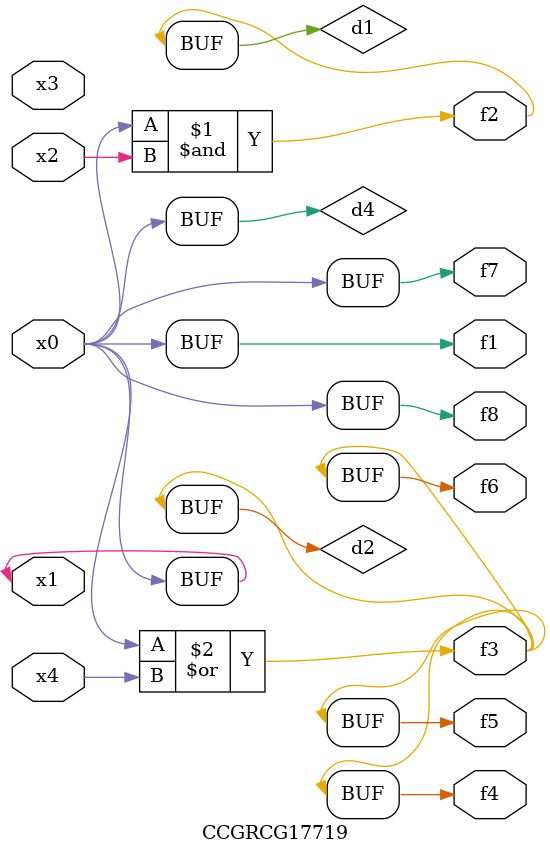
<source format=v>
module CCGRCG17719(
	input x0, x1, x2, x3, x4,
	output f1, f2, f3, f4, f5, f6, f7, f8
);

	wire d1, d2, d3, d4;

	and (d1, x0, x2);
	or (d2, x0, x4);
	nand (d3, x0, x2);
	buf (d4, x0, x1);
	assign f1 = d4;
	assign f2 = d1;
	assign f3 = d2;
	assign f4 = d2;
	assign f5 = d2;
	assign f6 = d2;
	assign f7 = d4;
	assign f8 = d4;
endmodule

</source>
